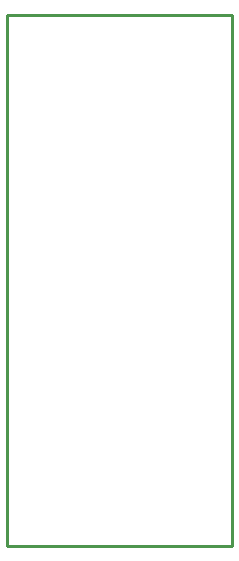
<source format=gbr>
G04 start of page 4 for group 6 idx 6 *
G04 Title: (unknown), outline *
G04 Creator: pcb 4.2.2 *
G04 CreationDate: Sat Aug  8 01:25:40 2020 UTC *
G04 For: harold *
G04 Format: Gerber/RS-274X *
G04 PCB-Dimensions (mil): 6000.00 5000.00 *
G04 PCB-Coordinate-Origin: lower left *
%MOIN*%
%FSLAX25Y25*%
%LNOUTLINE*%
%ADD35C,0.0100*%
G54D35*X187461Y384843D02*X112657D01*
Y207677D01*
X187461D01*
Y384843D02*Y207677D01*
M02*

</source>
